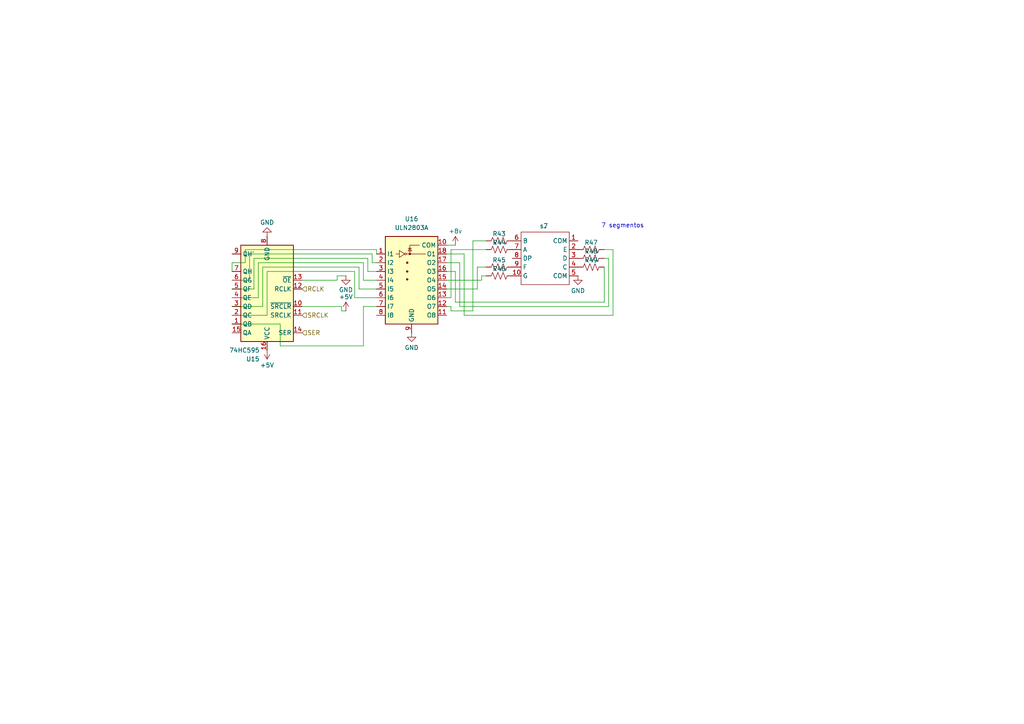
<source format=kicad_sch>
(kicad_sch (version 20250114) (generator "eeschema") (generator_version "9.0")
  (paper "A4")
  (lib_symbols
    (symbol "74xx:74HC595"
      (property "Reference" "U" (at -7.62 13.97 0))
      (property "Value" "74HC595" (at -7.62 -16.51 0))
      (symbol "74HC595_1_0"
        (pin input line (at -10.16 10.16 0) (length 2.54) (name "SER") (number "14"))
        (pin input line (at -10.16 5.08 0) (length 2.54) (name "SRCLK") (number "11"))
        (pin input line (at -10.16 2.54 0) (length 2.54) (name "~{SRCLR}") (number "10"))
        (pin input line (at -10.16 -2.54 0) (length 2.54) (name "RCLK") (number "12"))
        (pin input line (at -10.16 -5.08 0) (length 2.54) (name "~{OE}") (number "13"))
        (pin power_in line (at 0 15.24 270) (length 2.54) (name "VCC") (number "16"))
        (pin power_in line (at 0 -17.78 90) (length 2.54) (name "GND") (number "8"))
        (pin tri_state line (at 10.16 10.16 180) (length 2.54) (name "QA") (number "15"))
        (pin tri_state line (at 10.16 7.62 180) (length 2.54) (name "QB") (number "1"))
        (pin tri_state line (at 10.16 5.08 180) (length 2.54) (name "QC") (number "2"))
        (pin tri_state line (at 10.16 2.54 180) (length 2.54) (name "QD") (number "3"))
        (pin tri_state line (at 10.16 0 180) (length 2.54) (name "QE") (number "4"))
        (pin tri_state line (at 10.16 -2.54 180) (length 2.54) (name "QF") (number "5"))
        (pin tri_state line (at 10.16 -5.08 180) (length 2.54) (name "QG") (number "6"))
        (pin tri_state line (at 10.16 -7.62 180) (length 2.54) (name "QH") (number "7"))
        (pin output line (at 10.16 -12.7 180) (length 2.54) (name "QH'") (number "9"))
      )
      (symbol "74HC595_1_1"
        (rectangle (start -7.62 12.7) (end 7.62 -15.24) (stroke (width 0.254)) (fill (type background)))
      )
    )
    (symbol "7segmentosGrande:7segV1"
      (property "Reference" "s" (at 0.254 7.62 0))
      (symbol "7segV1_0_1"
        (rectangle (start -6.35 -1.27) (end 8.89 -15.24))
      )
      (symbol "7segV1_1_1"
        (pin input line (at -3.81 1.27 270) (length 2.54) (name "COM") (number "1"))
        (pin input line (at -3.81 -17.78 90) (length 2.54) (name "B") (number "6"))
        (pin input line (at -1.27 1.27 270) (length 2.54) (name "E") (number "2"))
        (pin input line (at -1.27 -17.78 90) (length 2.54) (name "A") (number "7"))
        (pin input line (at 1.27 1.27 270) (length 2.54) (name "D") (number "3"))
        (pin input line (at 1.27 -17.78 90) (length 2.54) (name "DP") (number "8"))
        (pin input line (at 3.81 1.27 270) (length 2.54) (name "C") (number "4"))
        (pin input line (at 3.81 -17.78 90) (length 2.54) (name "F") (number "9"))
        (pin input line (at 6.35 1.27 270) (length 2.54) (name "COM") (number "5"))
        (pin input line (at 6.35 -17.78 90) (length 2.54) (name "G") (number "10"))
      )
    )
    (symbol "Device:R_US" (pin_numbers (hide yes)) (pin_names (offset 0))
      (property "Reference" "R" (at 2.54 0 90))
      (property "Value" "R_US" (at -2.54 0 90))
      (symbol "R_US_0_1"
        (polyline (pts (xy 0 2.286) (xy 0 2.54)))
        (polyline (pts (xy 0 2.286) (xy 1.016 1.905) (xy 0 1.524) (xy -1.016 1.143) (xy 0 0.762)))
        (polyline (pts (xy 0 0.762) (xy 1.016 0.381) (xy 0 0) (xy -1.016 -0.381) (xy 0 -0.762)))
        (polyline (pts (xy 0 -0.762) (xy 1.016 -1.143) (xy 0 -1.524) (xy -1.016 -1.905) (xy 0 -2.286)))
        (polyline (pts (xy 0 -2.286) (xy 0 -2.54)))
      )
      (symbol "R_US_1_1"
        (pin passive line (at 0 3.81 270) (length 1.27) (name "~") (number "1"))
        (pin passive line (at 0 -3.81 90) (length 1.27) (name "~") (number "2"))
      )
    )
    (symbol "Transistor_Array:ULN2803A"
      (property "Reference" "U" (at 0 13.335 0))
      (property "Value" "ULN2803A" (at 0 11.43 0))
      (symbol "ULN2803A_0_1"
        (rectangle (start -7.62 -15.24) (end 7.62 10.16) (stroke (width 0.254)) (fill (type background)))
        (polyline (pts (xy -4.572 5.08) (xy -3.556 5.08)))
        (polyline (pts (xy -3.556 6.096) (xy -3.556 4.064) (xy -2.032 5.08) (xy -3.556 6.096)))
        (circle (center -1.778 5.08) (radius 0.254))
        (polyline (pts (xy -1.524 5.08) (xy 4.064 5.08)))
        (circle (center -1.27 2.54) (radius 0.254) (fill (type outline)))
        (circle (center -1.27 0) (radius 0.254) (fill (type outline)))
        (circle (center -1.27 -2.286) (radius 0.254) (fill (type outline)))
        (circle (center -0.508 5.08) (radius 0.254) (fill (type outline)))
        (polyline (pts (xy -0.508 5.08) (xy -0.508 7.62) (xy 2.286 7.62)))
        (polyline (pts (xy 0 6.731) (xy -1.016 6.731)))
        (polyline (pts (xy 0 5.969) (xy -1.016 5.969) (xy -0.508 6.731) (xy 0 5.969)))
      )
      (symbol "ULN2803A_1_1"
        (pin input line (at -10.16 5.08 0) (length 2.54) (name "I1") (number "1"))
        (pin input line (at -10.16 2.54 0) (length 2.54) (name "I2") (number "2"))
        (pin input line (at -10.16 0 0) (length 2.54) (name "I3") (number "3"))
        (pin input line (at -10.16 -2.54 0) (length 2.54) (name "I4") (number "4"))
        (pin input line (at -10.16 -5.08 0) (length 2.54) (name "I5") (number "5"))
        (pin input line (at -10.16 -7.62 0) (length 2.54) (name "I6") (number "6"))
        (pin input line (at -10.16 -10.16 0) (length 2.54) (name "I7") (number "7"))
        (pin input line (at -10.16 -12.7 0) (length 2.54) (name "I8") (number "8"))
        (pin power_in line (at 0 -17.78 90) (length 2.54) (name "GND") (number "9"))
        (pin passive line (at 10.16 7.62 180) (length 2.54) (name "COM") (number "10"))
        (pin open_collector line (at 10.16 5.08 180) (length 2.54) (name "O1") (number "18"))
        (pin open_collector line (at 10.16 2.54 180) (length 2.54) (name "O2") (number "17"))
        (pin open_collector line (at 10.16 0 180) (length 2.54) (name "O3") (number "16"))
        (pin open_collector line (at 10.16 -2.54 180) (length 2.54) (name "O4") (number "15"))
        (pin open_collector line (at 10.16 -5.08 180) (length 2.54) (name "O5") (number "14"))
        (pin open_collector line (at 10.16 -7.62 180) (length 2.54) (name "O6") (number "13"))
        (pin open_collector line (at 10.16 -10.16 180) (length 2.54) (name "O7") (number "12"))
        (pin open_collector line (at 10.16 -12.7 180) (length 2.54) (name "O8") (number "11"))
      )
    )
    (symbol "power:+5V" (power) (pin_numbers (hide yes)) (pin_names (offset 0) (hide yes))
      (property "Value" "+5V" (at 0 3.556 0))
      (symbol "+5V_0_1"
        (polyline (pts (xy -0.762 1.27) (xy 0 2.54)))
        (polyline (pts (xy 0 2.54) (xy 0.762 1.27)))
        (polyline (pts (xy 0 0) (xy 0 2.54)))
      )
      (symbol "+5V_1_1"
        (pin power_in line (at 0 0 90) (length 0) (name "~") (number "1"))
      )
    )
    (symbol "power:GND" (power) (pin_numbers (hide yes)) (pin_names (offset 0) (hide yes))
      (property "Value" "GND" (at 0 -3.81 0))
      (symbol "GND_0_1"
        (polyline (pts (xy 0 0) (xy 0 -1.27) (xy 1.27 -1.27) (xy 0 -2.54) (xy -1.27 -1.27) (xy 0 -1.27)))
      )
      (symbol "GND_1_1"
        (pin power_in line (at 0 0 270) (length 0) (name "~") (number "1"))
      )
    )
    (symbol "power:VCC" (power) (pin_numbers (hide yes)) (pin_names (offset 0) (hide yes))
      (property "Value" "VCC" (at 0 3.556 0))
      (symbol "VCC_0_1"
        (polyline (pts (xy -0.762 1.27) (xy 0 2.54)))
        (polyline (pts (xy 0 2.54) (xy 0.762 1.27)))
        (polyline (pts (xy 0 0) (xy 0 2.54)))
      )
      (symbol "VCC_1_1"
        (pin power_in line (at 0 0 90) (length 0) (name "~") (number "1"))
      )
    )
  )
  (text "7 segmentos\n" (at 180.594 65.532 0) (effects (font (size 1.27 1.27))))
  (wire (pts (xy 77.47 91.44) (xy 67.31 91.44)))
  (wire (pts (xy 133.35 88.9) (xy 133.35 76.2)))
  (wire (pts (xy 139.7 80.01) (xy 139.7 81.28)))
  (wire (pts (xy 130.81 72.39) (xy 140.97 72.39)))
  (wire (pts (xy 175.26 77.47) (xy 175.26 87.63)))
  (wire (pts (xy 140.97 80.01) (xy 139.7 80.01)))
  (wire (pts (xy 139.7 81.28) (xy 129.54 81.28)))
  (wire (pts (xy 109.22 78.74) (xy 106.68 78.74)))
  (wire (pts (xy 72.39 73.66) (xy 72.39 81.28)))
  (wire (pts (xy 130.81 90.17) (xy 137.16 90.17)))
  (wire (pts (xy 105.41 76.2) (xy 74.93 76.2)))
  (wire (pts (xy 109.22 72.39) (xy 109.22 73.66)))
  (wire (pts (xy 73.66 74.93) (xy 73.66 83.82)))
  (wire (pts (xy 105.41 100.33) (xy 81.28 100.33)))
  (wire (pts (xy 106.68 74.93) (xy 73.66 74.93)))
  (wire (pts (xy 109.22 83.82) (xy 104.14 83.82)))
  (wire (pts (xy 109.22 81.28) (xy 105.41 81.28)))
  (wire (pts (xy 104.14 83.82) (xy 104.14 77.47)))
  (wire (pts (xy 109.22 88.9) (xy 105.41 88.9)))
  (wire (pts (xy 175.26 72.39) (xy 177.8 72.39)))
  (wire (pts (xy 97.79 81.28) (xy 87.63 81.28)))
  (wire (pts (xy 104.14 77.47) (xy 76.2 77.47)))
  (wire (pts (xy 100.33 90.17) (xy 99.06 90.17)))
  (wire (pts (xy 107.95 76.2) (xy 107.95 73.66)))
  (wire (pts (xy 132.08 71.12) (xy 129.54 71.12)))
  (wire (pts (xy 177.8 91.44) (xy 134.62 91.44)))
  (wire (pts (xy 71.12 76.2) (xy 67.31 76.2)))
  (wire (pts (xy 76.2 88.9) (xy 67.31 88.9)))
  (wire (pts (xy 109.22 72.39) (xy 71.12 72.39)))
  (wire (pts (xy 132.08 87.63) (xy 132.08 78.74)))
  (wire (pts (xy 176.53 74.93) (xy 176.53 88.9)))
  (wire (pts (xy 129.54 86.36) (xy 130.81 86.36)))
  (wire (pts (xy 134.62 73.66) (xy 129.54 73.66)))
  (wire (pts (xy 99.06 88.9) (xy 87.63 88.9)))
  (wire (pts (xy 138.43 77.47) (xy 138.43 83.82)))
  (wire (pts (xy 130.81 86.36) (xy 130.81 72.39)))
  (wire (pts (xy 74.93 86.36) (xy 67.31 86.36)))
  (wire (pts (xy 102.87 86.36) (xy 102.87 78.74)))
  (wire (pts (xy 100.33 80.01) (xy 97.79 80.01)))
  (wire (pts (xy 137.16 90.17) (xy 137.16 69.85)))
  (wire (pts (xy 67.31 83.82) (xy 73.66 83.82)))
  (wire (pts (xy 77.47 78.74) (xy 77.47 91.44)))
  (wire (pts (xy 76.2 77.47) (xy 76.2 88.9)))
  (wire (pts (xy 137.16 69.85) (xy 140.97 69.85)))
  (wire (pts (xy 129.54 88.9) (xy 130.81 88.9)))
  (wire (pts (xy 138.43 83.82) (xy 129.54 83.82)))
  (wire (pts (xy 176.53 88.9) (xy 133.35 88.9)))
  (wire (pts (xy 105.41 81.28) (xy 105.41 76.2)))
  (wire (pts (xy 130.81 88.9) (xy 130.81 90.17)))
  (wire (pts (xy 72.39 81.28) (xy 67.31 81.28)))
  (wire (pts (xy 175.26 87.63) (xy 132.08 87.63)))
  (wire (pts (xy 105.41 88.9) (xy 105.41 100.33)))
  (wire (pts (xy 177.8 72.39) (xy 177.8 91.44)))
  (wire (pts (xy 106.68 78.74) (xy 106.68 74.93)))
  (wire (pts (xy 74.93 76.2) (xy 74.93 86.36)))
  (wire (pts (xy 134.62 91.44) (xy 134.62 73.66)))
  (wire (pts (xy 99.06 90.17) (xy 99.06 88.9)))
  (wire (pts (xy 175.26 74.93) (xy 176.53 74.93)))
  (wire (pts (xy 133.35 76.2) (xy 129.54 76.2)))
  (wire (pts (xy 97.79 80.01) (xy 97.79 81.28)))
  (wire (pts (xy 102.87 78.74) (xy 77.47 78.74)))
  (wire (pts (xy 81.28 100.33) (xy 81.28 93.98)))
  (wire (pts (xy 109.22 76.2) (xy 107.95 76.2)))
  (wire (pts (xy 132.08 78.74) (xy 129.54 78.74)))
  (wire (pts (xy 140.97 77.47) (xy 138.43 77.47)))
  (wire (pts (xy 71.12 72.39) (xy 71.12 76.2)))
  (wire (pts (xy 107.95 73.66) (xy 72.39 73.66)))
  (wire (pts (xy 109.22 86.36) (xy 102.87 86.36)))
  (wire (pts (xy 67.31 76.2) (xy 67.31 78.74)))
  (wire (pts (xy 81.28 93.98) (xy 67.31 93.98)))
  (hierarchical_label "RCLK" (shape input) (at 87.63 83.82 0))
  (hierarchical_label "SRCLK" (shape input) (at 87.63 91.44 0))
  (hierarchical_label "SER" (shape input) (at 87.63 96.52 0))
  (symbol (lib_id "power:GND") (at 119.38 96.52 0) (unit 1)
    (property "Reference" "#PWR043" (effects (hide yes)))
    (property "Value" "GND" (at 119.38 100.838 0))
    (property "Description" "Power symbol creates a global label with name \"GND\" , ground" (effects (hide yes)))
    (instances (project "Reloj_V1" (path "" (reference "#PWR057") (unit 1)) (path "" (reference "#PWR050") (unit 1)) (path "" (reference "#PWR064") (unit 1)) (path "" (reference "#PWR043") (unit 1))))
  )
  (symbol (lib_id "Device:R_US") (at 171.45 72.39 90) (unit 1)
    (property "Reference" "R33" (at 171.45 70.358 90))
    (property "Value" "R_US" (effects (hide yes)))
    (property "Footprint" "Resistor_THT:R_Axial_DIN0207_L6.3mm_D2.5mm_P10.16mm_Horizontal" (effects (hide yes)))
    (property "Description" "Resistor, US symbol" (effects (hide yes)))
    (instances (project "Reloj_V1" (path "" (reference "R47") (unit 1)) (path "" (reference "R40") (unit 1)) (path "" (reference "R54") (unit 1)) (path "" (reference "R33") (unit 1))))
  )
  (symbol (lib_id "Device:R_US") (at 144.78 80.01 90) (unit 1)
    (property "Reference" "R32" (at 144.78 77.978 90))
    (property "Value" "R_US" (effects (hide yes)))
    (property "Footprint" "Resistor_THT:R_Axial_DIN0207_L6.3mm_D2.5mm_P10.16mm_Horizontal" (effects (hide yes)))
    (property "Description" "Resistor, US symbol" (effects (hide yes)))
    (instances (project "Reloj_V1" (path "" (reference "R46") (unit 1)) (path "" (reference "R39") (unit 1)) (path "" (reference "R53") (unit 1)) (path "" (reference "R32") (unit 1))))
  )
  (symbol (lib_id "7segmentosGrande:7segV1") (at 166.37 73.66 270) (unit 1)
    (property "Reference" "s5" (at 157.734 65.532 90))
    (property "Value" "~" (at 158.115 66.04 90))
    (property "Footprint" "7segmentos:LED-SEG-TH_C1801E-GW" (effects (hide yes)))
    (instances (project "Reloj_V1" (path "" (reference "s7") (unit 1)) (path "" (reference "s6") (unit 1)) (path "" (reference "s8") (unit 1)) (path "" (reference "s5") (unit 1))))
  )
  (symbol (lib_id "74xx:74HC595") (at 77.47 86.36 180) (unit 1)
    (property "Reference" "U11" (at 75.3267 104.14 0) (effects (justify left)))
    (property "Value" "74HC595" (at 75.3267 101.6 0) (effects (justify left)))
    (property "Footprint" "Package_DIP:DIP-16_W7.62mm_LongPads" (effects (hide yes)))
    (property "Datasheet" "http://www.ti.com/lit/ds/symlink/sn74hc595.pdf" (effects (hide yes)))
    (property "Description" "8-bit serial in/out Shift Register 3-State Outputs" (effects (hide yes)))
    (instances (project "Reloj_V1" (path "" (reference "U15") (unit 1)) (path "" (reference "U13") (unit 1)) (path "" (reference "U17") (unit 1)) (path "" (reference "U11") (unit 1))))
  )
  (symbol (lib_id "power:GND") (at 77.47 68.58 180) (unit 1)
    (property "Reference" "#PWR039" (effects (hide yes)))
    (property "Value" "GND" (at 77.47 64.516 0))
    (property "Description" "Power symbol creates a global label with name \"GND\" , ground" (effects (hide yes)))
    (instances (project "Reloj_V1" (path "" (reference "#PWR053") (unit 1)) (path "" (reference "#PWR046") (unit 1)) (path "" (reference "#PWR060") (unit 1)) (path "" (reference "#PWR039") (unit 1))))
  )
  (symbol (lib_id "Device:R_US") (at 144.78 72.39 90) (unit 1)
    (property "Reference" "R30" (at 144.78 70.358 90))
    (property "Value" "R_US" (effects (hide yes)))
    (property "Footprint" "Resistor_THT:R_Axial_DIN0207_L6.3mm_D2.5mm_P10.16mm_Horizontal" (effects (hide yes)))
    (property "Description" "Resistor, US symbol" (effects (hide yes)))
    (instances (project "Reloj_V1" (path "" (reference "R44") (unit 1)) (path "" (reference "R37") (unit 1)) (path "" (reference "R51") (unit 1)) (path "" (reference "R30") (unit 1))))
  )
  (symbol (lib_id "power:GND") (at 167.64 80.01 0) (unit 1)
    (property "Reference" "#PWR045" (effects (hide yes)))
    (property "Value" "GND" (at 167.64 84.328 0))
    (property "Description" "Power symbol creates a global label with name \"GND\" , ground" (effects (hide yes)))
    (instances (project "Reloj_V1" (path "" (reference "#PWR059") (unit 1)) (path "" (reference "#PWR052") (unit 1)) (path "" (reference "#PWR066") (unit 1)) (path "" (reference "#PWR045") (unit 1))))
  )
  (symbol (lib_id "Device:R_US") (at 171.45 74.93 90) (unit 1)
    (property "Reference" "R34" (at 171.45 72.898 90))
    (property "Value" "R_US" (effects (hide yes)))
    (property "Footprint" "Resistor_THT:R_Axial_DIN0207_L6.3mm_D2.5mm_P10.16mm_Horizontal" (effects (hide yes)))
    (property "Description" "Resistor, US symbol" (effects (hide yes)))
    (instances (project "Reloj_V1" (path "" (reference "R48") (unit 1)) (path "" (reference "R41") (unit 1)) (path "" (reference "R55") (unit 1)) (path "" (reference "R34") (unit 1))))
  )
  (symbol (lib_id "Transistor_Array:ULN2803A") (at 119.38 78.74 0) (unit 1)
    (property "Reference" "U12" (at 119.38 63.5 0))
    (property "Value" "ULN2803A" (at 119.38 66.04 0))
    (property "Footprint" "Package_DIP:DIP-18_W7.62mm_LongPads" (effects (hide yes)))
    (property "Datasheet" "http://www.ti.com/lit/ds/symlink/uln2803a.pdf" (effects (hide yes)))
    (property "Description" "Darlington Transistor Arrays, SOIC18/DIP18" (effects (hide yes)))
    (instances (project "Reloj_V1" (path "" (reference "U16") (unit 1)) (path "" (reference "U14") (unit 1)) (path "" (reference "U18") (unit 1)) (path "" (reference "U12") (unit 1))))
  )
  (symbol (lib_id "Device:R_US") (at 144.78 69.85 90) (unit 1)
    (property "Reference" "R29" (at 144.78 67.818 90))
    (property "Value" "R_US" (effects (hide yes)))
    (property "Footprint" "Resistor_THT:R_Axial_DIN0207_L6.3mm_D2.5mm_P10.16mm_Horizontal" (effects (hide yes)))
    (property "Description" "Resistor, US symbol" (effects (hide yes)))
    (instances (project "Reloj_V1" (path "" (reference "R43") (unit 1)) (path "" (reference "R36") (unit 1)) (path "" (reference "R50") (unit 1)) (path "" (reference "R29") (unit 1))))
  )
  (symbol (lib_id "power:GND") (at 100.33 80.01 0) (unit 1)
    (property "Reference" "#PWR041" (effects (hide yes)))
    (property "Value" "GND" (at 100.33 84.074 0))
    (property "Description" "Power symbol creates a global label with name \"GND\" , ground" (effects (hide yes)))
    (instances (project "Reloj_V1" (path "" (reference "#PWR055") (unit 1)) (path "" (reference "#PWR048") (unit 1)) (path "" (reference "#PWR062") (unit 1)) (path "" (reference "#PWR041") (unit 1))))
  )
  (symbol (lib_id "Device:R_US") (at 171.45 77.47 90) (unit 1)
    (property "Reference" "R35" (at 171.45 75.438 90))
    (property "Value" "R_US" (effects (hide yes)))
    (property "Footprint" "Resistor_THT:R_Axial_DIN0207_L6.3mm_D2.5mm_P10.16mm_Horizontal" (effects (hide yes)))
    (property "Description" "Resistor, US symbol" (effects (hide yes)))
    (instances (project "Reloj_V1" (path "" (reference "R49") (unit 1)) (path "" (reference "R42") (unit 1)) (path "" (reference "R56") (unit 1)) (path "" (reference "R35") (unit 1))))
  )
  (symbol (lib_id "power:+5V") (at 77.47 101.6 180) (unit 1)
    (property "Reference" "#PWR040" (effects (hide yes)))
    (property "Value" "+5V" (at 77.47 105.918 0))
    (property "Description" "Power symbol creates a global label with name \"+5V\"" (effects (hide yes)))
    (instances (project "Reloj_V1" (path "" (reference "#PWR054") (unit 1)) (path "" (reference "#PWR047") (unit 1)) (path "" (reference "#PWR061") (unit 1)) (path "" (reference "#PWR040") (unit 1))))
  )
  (symbol (lib_id "power:VCC") (at 132.08 71.12 0) (unit 1)
    (property "Reference" "#PWR044" (effects (hide yes)))
    (property "Value" "+8v" (at 132.08 67.056 0))
    (property "Description" "Power symbol creates a global label with name \"VCC\"" (effects (hide yes)))
    (instances (project "Reloj_V1" (path "" (reference "#PWR058") (unit 1)) (path "" (reference "#PWR051") (unit 1)) (path "" (reference "#PWR065") (unit 1)) (path "" (reference "#PWR044") (unit 1))))
  )
  (symbol (lib_id "Device:R_US") (at 144.78 77.47 90) (unit 1)
    (property "Reference" "R31" (at 144.78 75.438 90))
    (property "Value" "R_US" (effects (hide yes)))
    (property "Footprint" "Resistor_THT:R_Axial_DIN0207_L6.3mm_D2.5mm_P10.16mm_Horizontal" (effects (hide yes)))
    (property "Description" "Resistor, US symbol" (effects (hide yes)))
    (instances (project "Reloj_V1" (path "" (reference "R45") (unit 1)) (path "" (reference "R38") (unit 1)) (path "" (reference "R52") (unit 1)) (path "" (reference "R31") (unit 1))))
  )
  (symbol (lib_id "power:+5V") (at 100.33 90.17 0) (unit 1)
    (property "Reference" "#PWR042" (effects (hide yes)))
    (property "Value" "+5V" (at 100.33 86.106 0))
    (property "Description" "Power symbol creates a global label with name \"+5V\"" (effects (hide yes)))
    (instances (project "Reloj_V1" (path "" (reference "#PWR056") (unit 1)) (path "" (reference "#PWR049") (unit 1)) (path "" (reference "#PWR063") (unit 1)) (path "" (reference "#PWR042") (unit 1))))
  )
)
</source>
